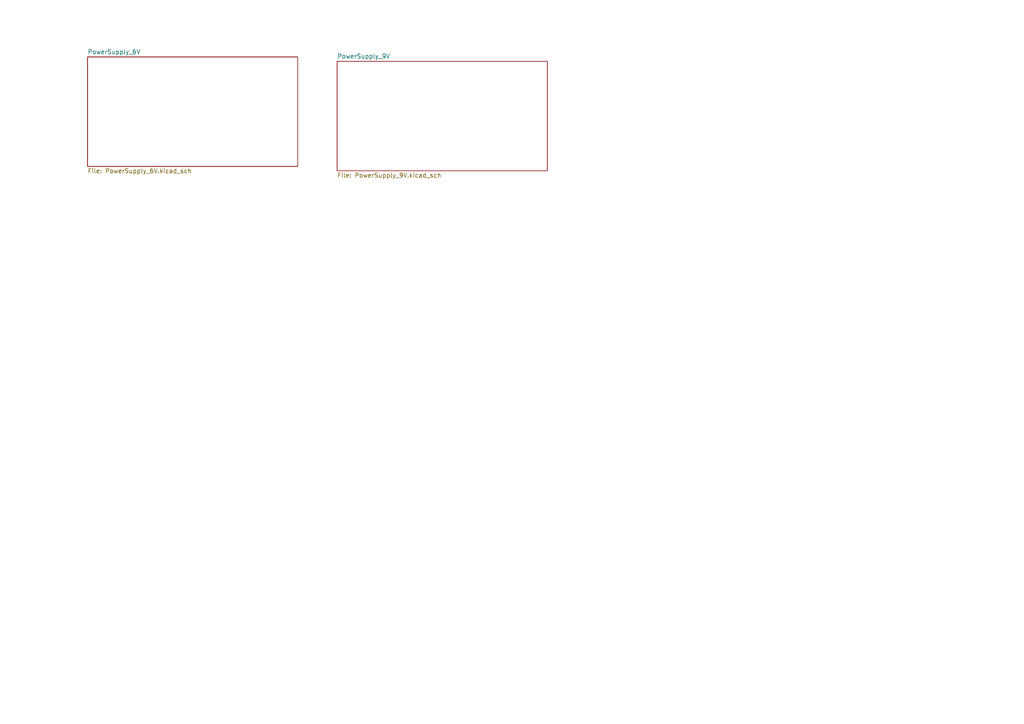
<source format=kicad_sch>
(kicad_sch (version 20211123) (generator eeschema)
  (paper "A4")
  (lib_symbols)
  (sheet (at 97.79 17.78) (size 60.96 31.75) (stroke (width 0.1524))
    (property "Sheet name" "PowerSupply_9V" (at 97.79 17.0684 0) (effects (justify left bottom)))
    (property "Sheet file" "PowerSupply_9V.kicad_sch" (at 97.79 50.1146 0) (effects (justify left top)))
  )
  (sheet (at 25.4 16.51) (size 60.96 31.75) (stroke (width 0.1524))
    (property "Sheet name" "PowerSupply_6V" (at 25.4 15.7984 0) (effects (justify left bottom)))
    (property "Sheet file" "PowerSupply_6V.kicad_sch" (at 25.4 48.8446 0) (effects (justify left top)))
  )
)
</source>
